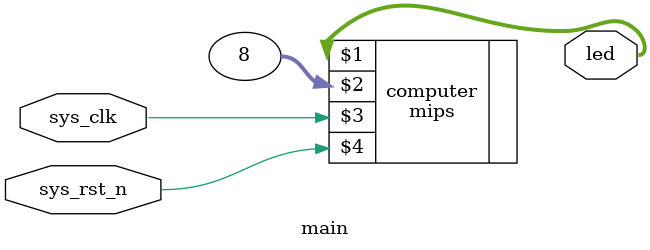
<source format=v>
module main (
    input sys_clk,
    input sys_rst_n,
    output reg [5:0] led
);

mips computer(led, 8, sys_clk, sys_rst_n);

endmodule
</source>
